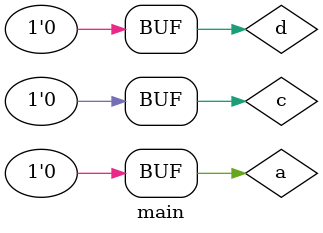
<source format=v>

module main ();

reg a;
reg error;
wire c;
reg d;

assign c = a;
always @(c)
  #5 d <= c;



always @(posedge d)
     error <= 1'b1;

initial
  begin
/*
    $dumpfile("/root/testsuite/dump.vcd");
    $dumpvars(0,main);
    $dumpon;
*/
    a =1'b0;
    error = 1'b0;
    #10;

    a = 1'b1;
    # 3;
    a = 1'b0;
    # 10;
    
    if(error)
       $display("FAILED");
    else
       $display("PASSED");    
  end


endmodule

</source>
